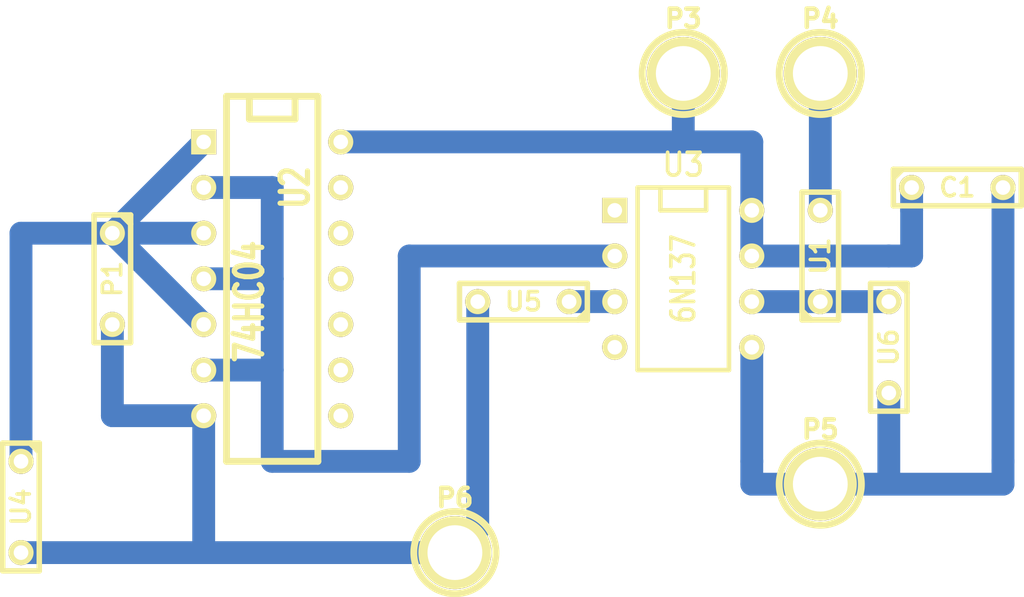
<source format=kicad_pcb>
(kicad_pcb (version 3) (host pcbnew "(2013-07-07 BZR 4022)-stable")

  (general
    (links 23)
    (no_connects 1)
    (area 0 0 0 0)
    (thickness 1.6)
    (drawings 0)
    (tracks 42)
    (zones 0)
    (modules 12)
    (nets 8)
  )

  (page A3)
  (layers
    (15 F.Cu signal)
    (0 B.Cu signal)
    (16 B.Adhes user)
    (17 F.Adhes user)
    (18 B.Paste user)
    (19 F.Paste user)
    (20 B.SilkS user)
    (21 F.SilkS user)
    (22 B.Mask user)
    (23 F.Mask user)
    (24 Dwgs.User user)
    (25 Cmts.User user)
    (26 Eco1.User user)
    (27 Eco2.User user)
    (28 Edge.Cuts user)
  )

  (setup
    (last_trace_width 1.27)
    (user_trace_width 1.27)
    (trace_clearance 0.254)
    (zone_clearance 0.508)
    (zone_45_only no)
    (trace_min 0.254)
    (segment_width 0.2)
    (edge_width 0.1)
    (via_size 0.889)
    (via_drill 0.635)
    (via_min_size 0.889)
    (via_min_drill 0.508)
    (uvia_size 0.508)
    (uvia_drill 0.127)
    (uvias_allowed no)
    (uvia_min_size 0.508)
    (uvia_min_drill 0.127)
    (pcb_text_width 0.3)
    (pcb_text_size 1.5 1.5)
    (mod_edge_width 0.15)
    (mod_text_size 1 1)
    (mod_text_width 0.15)
    (pad_size 1.5 1.5)
    (pad_drill 0.6)
    (pad_to_mask_clearance 0)
    (aux_axis_origin 0 0)
    (visible_elements FFFFFFBF)
    (pcbplotparams
      (layerselection 3178497)
      (usegerberextensions true)
      (excludeedgelayer true)
      (linewidth 0.150000)
      (plotframeref false)
      (viasonmask false)
      (mode 1)
      (useauxorigin false)
      (hpglpennumber 1)
      (hpglpenspeed 20)
      (hpglpendiameter 15)
      (hpglpenoverlay 2)
      (psnegative false)
      (psa4output false)
      (plotreference true)
      (plotvalue true)
      (plotothertext true)
      (plotinvisibletext false)
      (padsonsilk false)
      (subtractmaskfromsilk false)
      (outputformat 1)
      (mirror false)
      (drillshape 1)
      (scaleselection 1)
      (outputdirectory ""))
  )

  (net 0 "")
  (net 1 +3.3V)
  (net 2 AGND)
  (net 3 N-000001)
  (net 4 N-000002)
  (net 5 N-000003)
  (net 6 N-000004)
  (net 7 VAA)

  (net_class Default "This is the default net class."
    (clearance 0.254)
    (trace_width 0.254)
    (via_dia 0.889)
    (via_drill 0.635)
    (uvia_dia 0.508)
    (uvia_drill 0.127)
    (add_net "")
    (add_net +3.3V)
    (add_net AGND)
    (add_net N-000001)
    (add_net N-000002)
    (add_net N-000003)
    (add_net N-000004)
    (add_net VAA)
  )

  (module DIP-8__300 (layer F.Cu) (tedit 43A7F843) (tstamp 5345A56E)
    (at 52.07 36.83 270)
    (descr "8 pins DIL package, round pads")
    (tags DIL)
    (path /534222F7)
    (fp_text reference U3 (at -6.35 0 360) (layer F.SilkS)
      (effects (font (size 1.27 1.143) (thickness 0.2032)))
    )
    (fp_text value 6N137 (at 0 0 270) (layer F.SilkS)
      (effects (font (size 1.27 1.016) (thickness 0.2032)))
    )
    (fp_line (start -5.08 -1.27) (end -3.81 -1.27) (layer F.SilkS) (width 0.254))
    (fp_line (start -3.81 -1.27) (end -3.81 1.27) (layer F.SilkS) (width 0.254))
    (fp_line (start -3.81 1.27) (end -5.08 1.27) (layer F.SilkS) (width 0.254))
    (fp_line (start -5.08 -2.54) (end 5.08 -2.54) (layer F.SilkS) (width 0.254))
    (fp_line (start 5.08 -2.54) (end 5.08 2.54) (layer F.SilkS) (width 0.254))
    (fp_line (start 5.08 2.54) (end -5.08 2.54) (layer F.SilkS) (width 0.254))
    (fp_line (start -5.08 2.54) (end -5.08 -2.54) (layer F.SilkS) (width 0.254))
    (pad 1 thru_hole rect (at -3.81 3.81 270) (size 1.397 1.397) (drill 0.8128)
      (layers *.Cu *.Mask F.SilkS)
    )
    (pad 2 thru_hole circle (at -1.27 3.81 270) (size 1.397 1.397) (drill 0.8128)
      (layers *.Cu *.Mask F.SilkS)
      (net 5 N-000003)
    )
    (pad 3 thru_hole circle (at 1.27 3.81 270) (size 1.397 1.397) (drill 0.8128)
      (layers *.Cu *.Mask F.SilkS)
      (net 6 N-000004)
    )
    (pad 4 thru_hole circle (at 3.81 3.81 270) (size 1.397 1.397) (drill 0.8128)
      (layers *.Cu *.Mask F.SilkS)
    )
    (pad 5 thru_hole circle (at 3.81 -3.81 270) (size 1.397 1.397) (drill 0.8128)
      (layers *.Cu *.Mask F.SilkS)
      (net 2 AGND)
    )
    (pad 6 thru_hole circle (at 1.27 -3.81 270) (size 1.397 1.397) (drill 0.8128)
      (layers *.Cu *.Mask F.SilkS)
      (net 3 N-000001)
    )
    (pad 7 thru_hole circle (at -1.27 -3.81 270) (size 1.397 1.397) (drill 0.8128)
      (layers *.Cu *.Mask F.SilkS)
      (net 7 VAA)
    )
    (pad 8 thru_hole circle (at -3.81 -3.81 270) (size 1.397 1.397) (drill 0.8128)
      (layers *.Cu *.Mask F.SilkS)
      (net 7 VAA)
    )
    (model dil/dil_8.wrl
      (at (xyz 0 0 0))
      (scale (xyz 1 1 1))
      (rotate (xyz 0 0 0))
    )
  )

  (module DIP-14__300 (layer F.Cu) (tedit 200000) (tstamp 5345A587)
    (at 29.21 36.83 270)
    (descr "14 pins DIL package, round pads")
    (tags DIL)
    (path /53422FF2)
    (fp_text reference U2 (at -5.08 -1.27 270) (layer F.SilkS)
      (effects (font (size 1.524 1.143) (thickness 0.3048)))
    )
    (fp_text value 74HC04 (at 1.27 1.27 270) (layer F.SilkS)
      (effects (font (size 1.524 1.143) (thickness 0.3048)))
    )
    (fp_line (start -10.16 -2.54) (end 10.16 -2.54) (layer F.SilkS) (width 0.381))
    (fp_line (start 10.16 2.54) (end -10.16 2.54) (layer F.SilkS) (width 0.381))
    (fp_line (start -10.16 2.54) (end -10.16 -2.54) (layer F.SilkS) (width 0.381))
    (fp_line (start -10.16 -1.27) (end -8.89 -1.27) (layer F.SilkS) (width 0.381))
    (fp_line (start -8.89 -1.27) (end -8.89 1.27) (layer F.SilkS) (width 0.381))
    (fp_line (start -8.89 1.27) (end -10.16 1.27) (layer F.SilkS) (width 0.381))
    (fp_line (start 10.16 -2.54) (end 10.16 2.54) (layer F.SilkS) (width 0.381))
    (pad 1 thru_hole rect (at -7.62 3.81 270) (size 1.397 1.397) (drill 0.8128)
      (layers *.Cu *.Mask F.SilkS)
      (net 4 N-000002)
    )
    (pad 2 thru_hole circle (at -5.08 3.81 270) (size 1.397 1.397) (drill 0.8128)
      (layers *.Cu *.Mask F.SilkS)
      (net 5 N-000003)
    )
    (pad 3 thru_hole circle (at -2.54 3.81 270) (size 1.397 1.397) (drill 0.8128)
      (layers *.Cu *.Mask F.SilkS)
      (net 4 N-000002)
    )
    (pad 4 thru_hole circle (at 0 3.81 270) (size 1.397 1.397) (drill 0.8128)
      (layers *.Cu *.Mask F.SilkS)
      (net 5 N-000003)
    )
    (pad 5 thru_hole circle (at 2.54 3.81 270) (size 1.397 1.397) (drill 0.8128)
      (layers *.Cu *.Mask F.SilkS)
      (net 4 N-000002)
    )
    (pad 6 thru_hole circle (at 5.08 3.81 270) (size 1.397 1.397) (drill 0.8128)
      (layers *.Cu *.Mask F.SilkS)
      (net 5 N-000003)
    )
    (pad 7 thru_hole circle (at 7.62 3.81 270) (size 1.397 1.397) (drill 0.8128)
      (layers *.Cu *.Mask F.SilkS)
      (net 2 AGND)
    )
    (pad 8 thru_hole circle (at 7.62 -3.81 270) (size 1.397 1.397) (drill 0.8128)
      (layers *.Cu *.Mask F.SilkS)
    )
    (pad 9 thru_hole circle (at 5.08 -3.81 270) (size 1.397 1.397) (drill 0.8128)
      (layers *.Cu *.Mask F.SilkS)
    )
    (pad 10 thru_hole circle (at 2.54 -3.81 270) (size 1.397 1.397) (drill 0.8128)
      (layers *.Cu *.Mask F.SilkS)
    )
    (pad 11 thru_hole circle (at 0 -3.81 270) (size 1.397 1.397) (drill 0.8128)
      (layers *.Cu *.Mask F.SilkS)
    )
    (pad 12 thru_hole circle (at -2.54 -3.81 270) (size 1.397 1.397) (drill 0.8128)
      (layers *.Cu *.Mask F.SilkS)
    )
    (pad 13 thru_hole circle (at -5.08 -3.81 270) (size 1.397 1.397) (drill 0.8128)
      (layers *.Cu *.Mask F.SilkS)
    )
    (pad 14 thru_hole circle (at -7.62 -3.81 270) (size 1.397 1.397) (drill 0.8128)
      (layers *.Cu *.Mask F.SilkS)
      (net 7 VAA)
    )
    (model dil/dil_14.wrl
      (at (xyz 0 0 0))
      (scale (xyz 1 1 1))
      (rotate (xyz 0 0 0))
    )
  )

  (module C2 (layer F.Cu) (tedit 200000) (tstamp 5345A592)
    (at 43.18 38.1 180)
    (descr "Condensateur = 2 pas")
    (tags C)
    (path /53423063)
    (fp_text reference U5 (at 0 0 180) (layer F.SilkS)
      (effects (font (size 1.016 1.016) (thickness 0.2032)))
    )
    (fp_text value R_lim (at 0 0 180) (layer F.SilkS) hide
      (effects (font (size 1.016 1.016) (thickness 0.2032)))
    )
    (fp_line (start -3.556 -1.016) (end 3.556 -1.016) (layer F.SilkS) (width 0.3048))
    (fp_line (start 3.556 -1.016) (end 3.556 1.016) (layer F.SilkS) (width 0.3048))
    (fp_line (start 3.556 1.016) (end -3.556 1.016) (layer F.SilkS) (width 0.3048))
    (fp_line (start -3.556 1.016) (end -3.556 -1.016) (layer F.SilkS) (width 0.3048))
    (fp_line (start -3.556 -0.508) (end -3.048 -1.016) (layer F.SilkS) (width 0.3048))
    (pad 1 thru_hole circle (at -2.54 0 180) (size 1.397 1.397) (drill 0.8128)
      (layers *.Cu *.Mask F.SilkS)
      (net 6 N-000004)
    )
    (pad 2 thru_hole circle (at 2.54 0 180) (size 1.397 1.397) (drill 0.8128)
      (layers *.Cu *.Mask F.SilkS)
      (net 2 AGND)
    )
    (model discret/capa_2pas_5x5mm.wrl
      (at (xyz 0 0 0))
      (scale (xyz 1 1 1))
      (rotate (xyz 0 0 0))
    )
  )

  (module C2 (layer F.Cu) (tedit 200000) (tstamp 5345A59D)
    (at 59.69 35.56 90)
    (descr "Condensateur = 2 pas")
    (tags C)
    (path /534232B2)
    (fp_text reference U1 (at 0 0 90) (layer F.SilkS)
      (effects (font (size 1.016 1.016) (thickness 0.2032)))
    )
    (fp_text value R_pull-up (at 0 0 90) (layer F.SilkS) hide
      (effects (font (size 1.016 1.016) (thickness 0.2032)))
    )
    (fp_line (start -3.556 -1.016) (end 3.556 -1.016) (layer F.SilkS) (width 0.3048))
    (fp_line (start 3.556 -1.016) (end 3.556 1.016) (layer F.SilkS) (width 0.3048))
    (fp_line (start 3.556 1.016) (end -3.556 1.016) (layer F.SilkS) (width 0.3048))
    (fp_line (start -3.556 1.016) (end -3.556 -1.016) (layer F.SilkS) (width 0.3048))
    (fp_line (start -3.556 -0.508) (end -3.048 -1.016) (layer F.SilkS) (width 0.3048))
    (pad 1 thru_hole circle (at -2.54 0 90) (size 1.397 1.397) (drill 0.8128)
      (layers *.Cu *.Mask F.SilkS)
      (net 3 N-000001)
    )
    (pad 2 thru_hole circle (at 2.54 0 90) (size 1.397 1.397) (drill 0.8128)
      (layers *.Cu *.Mask F.SilkS)
      (net 1 +3.3V)
    )
    (model discret/capa_2pas_5x5mm.wrl
      (at (xyz 0 0 0))
      (scale (xyz 1 1 1))
      (rotate (xyz 0 0 0))
    )
  )

  (module C2 (layer F.Cu) (tedit 200000) (tstamp 5345A5A8)
    (at 63.5 40.64 270)
    (descr "Condensateur = 2 pas")
    (tags C)
    (path /53423323)
    (fp_text reference U6 (at 0 0 270) (layer F.SilkS)
      (effects (font (size 1.016 1.016) (thickness 0.2032)))
    )
    (fp_text value TP_salida (at 0 0 270) (layer F.SilkS) hide
      (effects (font (size 1.016 1.016) (thickness 0.2032)))
    )
    (fp_line (start -3.556 -1.016) (end 3.556 -1.016) (layer F.SilkS) (width 0.3048))
    (fp_line (start 3.556 -1.016) (end 3.556 1.016) (layer F.SilkS) (width 0.3048))
    (fp_line (start 3.556 1.016) (end -3.556 1.016) (layer F.SilkS) (width 0.3048))
    (fp_line (start -3.556 1.016) (end -3.556 -1.016) (layer F.SilkS) (width 0.3048))
    (fp_line (start -3.556 -0.508) (end -3.048 -1.016) (layer F.SilkS) (width 0.3048))
    (pad 1 thru_hole circle (at -2.54 0 270) (size 1.397 1.397) (drill 0.8128)
      (layers *.Cu *.Mask F.SilkS)
      (net 3 N-000001)
    )
    (pad 2 thru_hole circle (at 2.54 0 270) (size 1.397 1.397) (drill 0.8128)
      (layers *.Cu *.Mask F.SilkS)
      (net 2 AGND)
    )
    (model discret/capa_2pas_5x5mm.wrl
      (at (xyz 0 0 0))
      (scale (xyz 1 1 1))
      (rotate (xyz 0 0 0))
    )
  )

  (module C2 (layer F.Cu) (tedit 200000) (tstamp 5345A5B3)
    (at 67.31 31.75)
    (descr "Condensateur = 2 pas")
    (tags C)
    (path /5342F81F)
    (fp_text reference C1 (at 0 0) (layer F.SilkS)
      (effects (font (size 1.016 1.016) (thickness 0.2032)))
    )
    (fp_text value 0.1u (at 0 0) (layer F.SilkS) hide
      (effects (font (size 1.016 1.016) (thickness 0.2032)))
    )
    (fp_line (start -3.556 -1.016) (end 3.556 -1.016) (layer F.SilkS) (width 0.3048))
    (fp_line (start 3.556 -1.016) (end 3.556 1.016) (layer F.SilkS) (width 0.3048))
    (fp_line (start 3.556 1.016) (end -3.556 1.016) (layer F.SilkS) (width 0.3048))
    (fp_line (start -3.556 1.016) (end -3.556 -1.016) (layer F.SilkS) (width 0.3048))
    (fp_line (start -3.556 -0.508) (end -3.048 -1.016) (layer F.SilkS) (width 0.3048))
    (pad 1 thru_hole circle (at -2.54 0) (size 1.397 1.397) (drill 0.8128)
      (layers *.Cu *.Mask F.SilkS)
      (net 7 VAA)
    )
    (pad 2 thru_hole circle (at 2.54 0) (size 1.397 1.397) (drill 0.8128)
      (layers *.Cu *.Mask F.SilkS)
      (net 2 AGND)
    )
    (model discret/capa_2pas_5x5mm.wrl
      (at (xyz 0 0 0))
      (scale (xyz 1 1 1))
      (rotate (xyz 0 0 0))
    )
  )

  (module C2 (layer F.Cu) (tedit 200000) (tstamp 5345A5BE)
    (at 15.24 49.53 270)
    (descr "Condensateur = 2 pas")
    (tags C)
    (path /5345A0D5)
    (fp_text reference U4 (at 0 0 270) (layer F.SilkS)
      (effects (font (size 1.016 1.016) (thickness 0.2032)))
    )
    (fp_text value TP_entrada (at 0 0 270) (layer F.SilkS) hide
      (effects (font (size 1.016 1.016) (thickness 0.2032)))
    )
    (fp_line (start -3.556 -1.016) (end 3.556 -1.016) (layer F.SilkS) (width 0.3048))
    (fp_line (start 3.556 -1.016) (end 3.556 1.016) (layer F.SilkS) (width 0.3048))
    (fp_line (start 3.556 1.016) (end -3.556 1.016) (layer F.SilkS) (width 0.3048))
    (fp_line (start -3.556 1.016) (end -3.556 -1.016) (layer F.SilkS) (width 0.3048))
    (fp_line (start -3.556 -0.508) (end -3.048 -1.016) (layer F.SilkS) (width 0.3048))
    (pad 1 thru_hole circle (at -2.54 0 270) (size 1.397 1.397) (drill 0.8128)
      (layers *.Cu *.Mask F.SilkS)
      (net 4 N-000002)
    )
    (pad 2 thru_hole circle (at 2.54 0 270) (size 1.397 1.397) (drill 0.8128)
      (layers *.Cu *.Mask F.SilkS)
      (net 2 AGND)
    )
    (model discret/capa_2pas_5x5mm.wrl
      (at (xyz 0 0 0))
      (scale (xyz 1 1 1))
      (rotate (xyz 0 0 0))
    )
  )

  (module C2 (layer F.Cu) (tedit 5345A671) (tstamp 5345A5C9)
    (at 20.32 36.83 270)
    (descr "Condensateur = 2 pas")
    (tags C)
    (path /5345A0CD)
    (fp_text reference P1 (at 0 0 270) (layer F.SilkS)
      (effects (font (size 1.016 1.016) (thickness 0.2032)))
    )
    (fp_text value CONN_2 (at 0 0 270) (layer F.SilkS) hide
      (effects (font (size 1.016 1.016) (thickness 0.2032)))
    )
    (fp_line (start -3.556 -1.016) (end 3.556 -1.016) (layer F.SilkS) (width 0.3048))
    (fp_line (start 3.556 -1.016) (end 3.556 1.016) (layer F.SilkS) (width 0.3048))
    (fp_line (start 3.556 1.016) (end -3.556 1.016) (layer F.SilkS) (width 0.3048))
    (fp_line (start -3.556 1.016) (end -3.556 -1.016) (layer F.SilkS) (width 0.3048))
    (fp_line (start -3.556 -0.508) (end -3.048 -1.016) (layer F.SilkS) (width 0.3048))
    (pad 1 thru_hole circle (at -2.54 0 270) (size 1.397 1.397) (drill 0.8128)
      (layers *.Cu *.Mask F.SilkS)
      (net 4 N-000002)
    )
    (pad 2 thru_hole circle (at 2.54 0 270) (size 1.397 1.397) (drill 0.8128)
      (layers *.Cu *.Mask F.SilkS)
      (net 2 AGND)
    )
    (model discret/capa_2pas_5x5mm.wrl
      (at (xyz 0 0 0))
      (scale (xyz 1 1 1))
      (rotate (xyz 0 0 0))
    )
  )

  (module 1pin (layer F.Cu) (tedit 200000) (tstamp 5345A69A)
    (at 52.07 25.4)
    (descr "module 1 pin (ou trou mecanique de percage)")
    (tags DEV)
    (path /5342F8B0)
    (fp_text reference P3 (at 0 -3.048) (layer F.SilkS)
      (effects (font (size 1.016 1.016) (thickness 0.254)))
    )
    (fp_text value CONN_1 (at 0 2.794) (layer F.SilkS) hide
      (effects (font (size 1.016 1.016) (thickness 0.254)))
    )
    (fp_circle (center 0 0) (end 0 -2.286) (layer F.SilkS) (width 0.381))
    (pad 1 thru_hole circle (at 0 0) (size 4.064 4.064) (drill 3.048)
      (layers *.Cu *.Mask F.SilkS)
      (net 7 VAA)
    )
  )

  (module 1pin (layer F.Cu) (tedit 200000) (tstamp 5345A6A0)
    (at 59.69 25.4)
    (descr "module 1 pin (ou trou mecanique de percage)")
    (tags DEV)
    (path /5342F8B6)
    (fp_text reference P4 (at 0 -3.048) (layer F.SilkS)
      (effects (font (size 1.016 1.016) (thickness 0.254)))
    )
    (fp_text value CONN_1 (at 0 2.794) (layer F.SilkS) hide
      (effects (font (size 1.016 1.016) (thickness 0.254)))
    )
    (fp_circle (center 0 0) (end 0 -2.286) (layer F.SilkS) (width 0.381))
    (pad 1 thru_hole circle (at 0 0) (size 4.064 4.064) (drill 3.048)
      (layers *.Cu *.Mask F.SilkS)
      (net 1 +3.3V)
    )
  )

  (module 1pin (layer F.Cu) (tedit 200000) (tstamp 5345A6A6)
    (at 39.37 52.07)
    (descr "module 1 pin (ou trou mecanique de percage)")
    (tags DEV)
    (path /5342F9E9)
    (fp_text reference P6 (at 0 -3.048) (layer F.SilkS)
      (effects (font (size 1.016 1.016) (thickness 0.254)))
    )
    (fp_text value CONN_1 (at 0 2.794) (layer F.SilkS) hide
      (effects (font (size 1.016 1.016) (thickness 0.254)))
    )
    (fp_circle (center 0 0) (end 0 -2.286) (layer F.SilkS) (width 0.381))
    (pad 1 thru_hole circle (at 0 0) (size 4.064 4.064) (drill 3.048)
      (layers *.Cu *.Mask F.SilkS)
      (net 2 AGND)
    )
  )

  (module 1pin (layer F.Cu) (tedit 200000) (tstamp 5345A6AC)
    (at 59.69 48.26)
    (descr "module 1 pin (ou trou mecanique de percage)")
    (tags DEV)
    (path /5345A0E1)
    (fp_text reference P5 (at 0 -3.048) (layer F.SilkS)
      (effects (font (size 1.016 1.016) (thickness 0.254)))
    )
    (fp_text value CONN_1 (at 0 2.794) (layer F.SilkS) hide
      (effects (font (size 1.016 1.016) (thickness 0.254)))
    )
    (fp_circle (center 0 0) (end 0 -2.286) (layer F.SilkS) (width 0.381))
    (pad 1 thru_hole circle (at 0 0) (size 4.064 4.064) (drill 3.048)
      (layers *.Cu *.Mask F.SilkS)
      (net 2 AGND)
    )
  )

  (segment (start 59.69 25.4) (end 59.69 33.02) (width 1.27) (layer B.Cu) (net 1))
  (segment (start 15.24 52.07) (end 25.4 52.07) (width 1.27) (layer B.Cu) (net 2) (status 400000))
  (segment (start 40.64 38.1) (end 40.64 50.8) (width 1.27) (layer B.Cu) (net 2))
  (segment (start 40.64 50.8) (end 39.37 52.07) (width 1.27) (layer B.Cu) (net 2) (tstamp 5345A81A))
  (segment (start 25.4 44.45) (end 25.4 52.07) (width 1.27) (layer B.Cu) (net 2))
  (segment (start 25.4 52.07) (end 39.37 52.07) (width 1.27) (layer B.Cu) (net 2) (tstamp 5345A80D))
  (segment (start 69.85 31.75) (end 69.85 46.99) (width 1.27) (layer B.Cu) (net 2))
  (segment (start 69.85 48.26) (end 63.5 48.26) (width 1.27) (layer B.Cu) (net 2) (tstamp 5345A7CE))
  (segment (start 69.85 46.99) (end 69.85 48.26) (width 1.27) (layer B.Cu) (net 2) (tstamp 5345A7CD))
  (segment (start 59.69 48.26) (end 63.5 48.26) (width 1.27) (layer B.Cu) (net 2))
  (segment (start 63.5 48.26) (end 63.5 43.18) (width 1.27) (layer B.Cu) (net 2) (tstamp 5345A7C9))
  (segment (start 20.32 39.37) (end 20.32 44.45) (width 1.27) (layer B.Cu) (net 2))
  (segment (start 20.32 44.45) (end 25.4 44.45) (width 1.27) (layer B.Cu) (net 2) (tstamp 5345A7A6))
  (segment (start 55.88 40.64) (end 55.88 46.99) (width 1.27) (layer B.Cu) (net 2))
  (segment (start 55.88 48.26) (end 59.69 48.26) (width 1.27) (layer B.Cu) (net 2) (tstamp 5345A74F))
  (segment (start 55.88 46.99) (end 55.88 48.26) (width 1.27) (layer B.Cu) (net 2) (tstamp 5345A74E))
  (segment (start 59.69 38.1) (end 63.5 38.1) (width 1.27) (layer B.Cu) (net 3))
  (segment (start 55.88 38.1) (end 59.69 38.1) (width 1.27) (layer B.Cu) (net 3))
  (segment (start 20.32 34.29) (end 15.24 34.29) (width 1.27) (layer B.Cu) (net 4) (status 400000))
  (segment (start 15.24 34.29) (end 15.24 46.99) (width 1.27) (layer B.Cu) (net 4) (tstamp 5345A838) (status 800000))
  (segment (start 20.32 34.29) (end 25.4 39.37) (width 1.27) (layer B.Cu) (net 4))
  (segment (start 25.4 29.21) (end 20.32 34.29) (width 1.27) (layer B.Cu) (net 4))
  (segment (start 20.32 34.29) (end 25.4 34.29) (width 1.27) (layer B.Cu) (net 4))
  (segment (start 48.26 35.56) (end 36.83 35.56) (width 1.27) (layer B.Cu) (net 5))
  (segment (start 29.21 46.99) (end 29.21 41.91) (width 1.27) (layer B.Cu) (net 5) (tstamp 5345A815))
  (segment (start 36.83 46.99) (end 29.21 46.99) (width 1.27) (layer B.Cu) (net 5) (tstamp 5345A814))
  (segment (start 36.83 35.56) (end 36.83 46.99) (width 1.27) (layer B.Cu) (net 5) (tstamp 5345A813))
  (segment (start 25.4 36.83) (end 29.21 36.83) (width 1.27) (layer B.Cu) (net 5))
  (segment (start 25.4 31.75) (end 29.21 31.75) (width 1.27) (layer B.Cu) (net 5))
  (segment (start 29.21 41.91) (end 25.4 41.91) (width 1.27) (layer B.Cu) (net 5) (tstamp 5345A7FF))
  (segment (start 29.21 31.75) (end 29.21 36.83) (width 1.27) (layer B.Cu) (net 5) (tstamp 5345A7FE))
  (segment (start 29.21 36.83) (end 29.21 41.91) (width 1.27) (layer B.Cu) (net 5) (tstamp 5345A804))
  (segment (start 48.26 38.1) (end 45.72 38.1) (width 1.27) (layer B.Cu) (net 6))
  (segment (start 52.07 25.4) (end 52.07 29.21) (width 1.27) (layer B.Cu) (net 7))
  (segment (start 33.02 29.21) (end 52.07 29.21) (width 1.27) (layer B.Cu) (net 7))
  (segment (start 52.07 29.21) (end 55.88 29.21) (width 1.27) (layer B.Cu) (net 7) (tstamp 5345A82B))
  (segment (start 55.88 29.21) (end 55.88 33.02) (width 1.27) (layer B.Cu) (net 7) (tstamp 5345A81F))
  (segment (start 55.88 35.56) (end 63.5 35.56) (width 1.27) (layer B.Cu) (net 7))
  (segment (start 64.77 33.02) (end 64.77 31.75) (width 1.27) (layer B.Cu) (net 7) (tstamp 5345A731))
  (segment (start 64.77 35.56) (end 64.77 33.02) (width 1.27) (layer B.Cu) (net 7) (tstamp 5345A730))
  (segment (start 63.5 35.56) (end 64.77 35.56) (width 1.27) (layer B.Cu) (net 7) (tstamp 5345A72F))
  (segment (start 55.88 33.02) (end 55.88 35.56) (width 1.27) (layer B.Cu) (net 7) (tstamp 5345A729))

)

</source>
